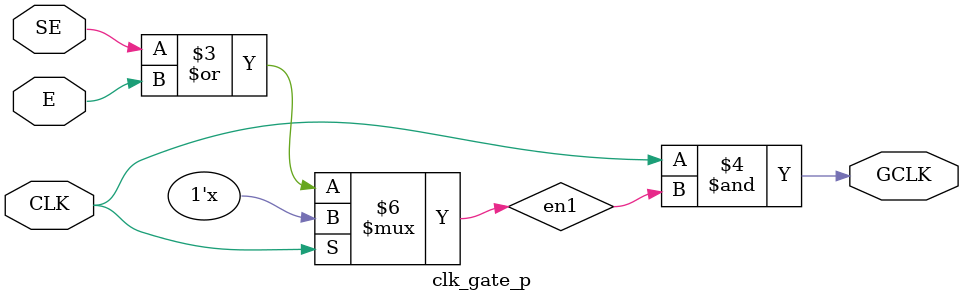
<source format=v>

module clk_gate_n (
    CLK,
    E,
    GCLK,
    SE
);
input CLK;
input E;
input SE;
output GCLK;

wire CLK;
wire E;
wire SE;
wire GCLK;
reg en1;

always @ (CLK or E or SE) begin
  if (CLK == 1)
    en1 = SE | E;
end

assign GCLK = CLK | !en1;

endmodule // clk_gate_n

module clk_gate_p (
    CLK,
    E,
    GCLK,
    SE
);
input CLK;
input E;
input SE;
output GCLK;

wire CLK;
wire E;
wire SE;
wire GCLK;
reg en1;

always @ (CLK or E or SE) begin
  if (CLK == 0)
    en1 = SE | E;
end

assign GCLK = CLK & en1;

endmodule // clk_gate_p


</source>
